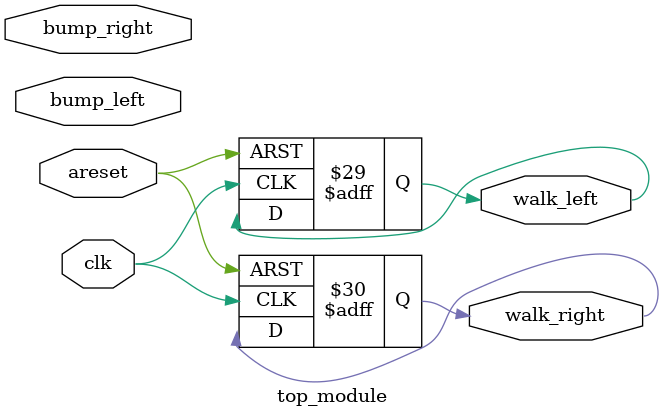
<source format=sv>
module top_module (
	input clk,
	input areset,
	input bump_left,
	input bump_right,
	output reg walk_left,
	output reg walk_right
);

	reg [1:0] state;
	parameter IDLE = 2'b00;
	parameter WALK_LEFT = 2'b01;
	parameter WALK_RIGHT = 2'b10;

	always @(posedge clk or posedge areset) begin
		if (areset) begin
			state <= WALK_LEFT;
			walk_left <= 1;
			walk_right <= 0;
		end else begin
			case (state)
				IDLE: begin
					if (bump_left)
						state <= WALK_RIGHT;
					else if (bump_right)
						state <= WALK_LEFT;
				end

				WALK_LEFT: begin
					if (!bump_left && bump_right)
						state <= WALK_RIGHT;
					else if (bump_left && !bump_right)
						state <= WALK_LEFT;
				end

				WALK_RIGHT: begin
					if (bump_left && !bump_right)
						state <= WALK_LEFT;
					else if (!bump_left && bump_right)
						state <= WALK_RIGHT;
				end
			endcase
		end
	end
endmodule

</source>
